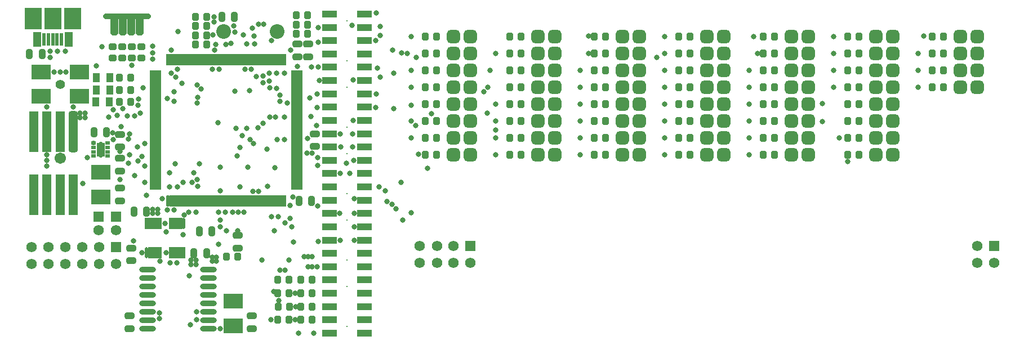
<source format=gts>
G04*
G04 #@! TF.GenerationSoftware,Altium Limited,Altium Designer,20.0.2 (26)*
G04*
G04 Layer_Color=8388736*
%FSLAX44Y44*%
%MOMM*%
G71*
G01*
G75*
%ADD38C,0.8636*%
%ADD39R,1.3000X2.2000*%
G04:AMPARAMS|DCode=40|XSize=1.0032mm|YSize=1.5032mm|CornerRadius=0.3016mm|HoleSize=0mm|Usage=FLASHONLY|Rotation=180.000|XOffset=0mm|YOffset=0mm|HoleType=Round|Shape=RoundedRectangle|*
%AMROUNDEDRECTD40*
21,1,1.0032,0.9000,0,0,180.0*
21,1,0.4000,1.5032,0,0,180.0*
1,1,0.6032,-0.2000,0.4500*
1,1,0.6032,0.2000,0.4500*
1,1,0.6032,0.2000,-0.4500*
1,1,0.6032,-0.2000,-0.4500*
%
%ADD40ROUNDEDRECTD40*%
%ADD41R,2.3032X1.0932*%
%ADD42R,0.5532X1.8032*%
%ADD43O,0.5532X1.8032*%
%ADD44R,1.8032X0.5532*%
G04:AMPARAMS|DCode=45|XSize=1.0032mm|YSize=1.5032mm|CornerRadius=0.3016mm|HoleSize=0mm|Usage=FLASHONLY|Rotation=270.000|XOffset=0mm|YOffset=0mm|HoleType=Round|Shape=RoundedRectangle|*
%AMROUNDEDRECTD45*
21,1,1.0032,0.9000,0,0,270.0*
21,1,0.4000,1.5032,0,0,270.0*
1,1,0.6032,-0.4500,-0.2000*
1,1,0.6032,-0.4500,0.2000*
1,1,0.6032,0.4500,0.2000*
1,1,0.6032,0.4500,-0.2000*
%
%ADD45ROUNDEDRECTD45*%
G04:AMPARAMS|DCode=46|XSize=1.0032mm|YSize=1.2032mm|CornerRadius=0.3016mm|HoleSize=0mm|Usage=FLASHONLY|Rotation=0.000|XOffset=0mm|YOffset=0mm|HoleType=Round|Shape=RoundedRectangle|*
%AMROUNDEDRECTD46*
21,1,1.0032,0.6000,0,0,0.0*
21,1,0.4000,1.2032,0,0,0.0*
1,1,0.6032,0.2000,-0.3000*
1,1,0.6032,-0.2000,-0.3000*
1,1,0.6032,-0.2000,0.3000*
1,1,0.6032,0.2000,0.3000*
%
%ADD46ROUNDEDRECTD46*%
G04:AMPARAMS|DCode=47|XSize=1.0032mm|YSize=1.2032mm|CornerRadius=0.3016mm|HoleSize=0mm|Usage=FLASHONLY|Rotation=270.000|XOffset=0mm|YOffset=0mm|HoleType=Round|Shape=RoundedRectangle|*
%AMROUNDEDRECTD47*
21,1,1.0032,0.6000,0,0,270.0*
21,1,0.4000,1.2032,0,0,270.0*
1,1,0.6032,-0.3000,-0.2000*
1,1,0.6032,-0.3000,0.2000*
1,1,0.6032,0.3000,0.2000*
1,1,0.6032,0.3000,-0.2000*
%
%ADD47ROUNDEDRECTD47*%
%ADD48R,3.0032X2.2032*%
%ADD49R,1.4032X6.2032*%
G04:AMPARAMS|DCode=50|XSize=6.2032mm|YSize=1.4032mm|CornerRadius=0.4016mm|HoleSize=0mm|Usage=FLASHONLY|Rotation=270.000|XOffset=0mm|YOffset=0mm|HoleType=Round|Shape=RoundedRectangle|*
%AMROUNDEDRECTD50*
21,1,6.2032,0.6000,0,0,270.0*
21,1,5.4000,1.4032,0,0,270.0*
1,1,0.8032,-0.3000,-2.7000*
1,1,0.8032,-0.3000,2.7000*
1,1,0.8032,0.3000,2.7000*
1,1,0.8032,0.3000,-2.7000*
%
%ADD50ROUNDEDRECTD50*%
G04:AMPARAMS|DCode=51|XSize=0.6032mm|YSize=0.7032mm|CornerRadius=0.2016mm|HoleSize=0mm|Usage=FLASHONLY|Rotation=90.000|XOffset=0mm|YOffset=0mm|HoleType=Round|Shape=RoundedRectangle|*
%AMROUNDEDRECTD51*
21,1,0.6032,0.3000,0,0,90.0*
21,1,0.2000,0.7032,0,0,90.0*
1,1,0.4032,0.1500,0.1000*
1,1,0.4032,0.1500,-0.1000*
1,1,0.4032,-0.1500,-0.1000*
1,1,0.4032,-0.1500,0.1000*
%
%ADD51ROUNDEDRECTD51*%
%ADD52R,0.7032X0.6032*%
%ADD53R,1.3032X2.1032*%
%ADD54R,2.6032X3.2032*%
%ADD55R,0.6032X1.9532*%
%ADD56R,1.0922X1.4732*%
G04:AMPARAMS|DCode=57|XSize=2.7432mm|YSize=1.1176mm|CornerRadius=0mm|HoleSize=0mm|Usage=FLASHONLY|Rotation=90.000|XOffset=0mm|YOffset=0mm|HoleType=Round|Shape=Octagon|*
%AMOCTAGOND57*
4,1,8,0.2794,1.3716,-0.2794,1.3716,-0.5588,1.0922,-0.5588,-1.0922,-0.2794,-1.3716,0.2794,-1.3716,0.5588,-1.0922,0.5588,1.0922,0.2794,1.3716,0.0*
%
%ADD57OCTAGOND57*%

%ADD58R,0.5032X1.6532*%
G04:AMPARAMS|DCode=59|XSize=0.5032mm|YSize=1.6532mm|CornerRadius=0.1766mm|HoleSize=0mm|Usage=FLASHONLY|Rotation=180.000|XOffset=0mm|YOffset=0mm|HoleType=Round|Shape=RoundedRectangle|*
%AMROUNDEDRECTD59*
21,1,0.5032,1.3000,0,0,180.0*
21,1,0.1500,1.6532,0,0,180.0*
1,1,0.3532,-0.0750,0.6500*
1,1,0.3532,0.0750,0.6500*
1,1,0.3532,0.0750,-0.6500*
1,1,0.3532,-0.0750,-0.6500*
%
%ADD59ROUNDEDRECTD59*%
%ADD60O,2.5032X0.8032*%
G04:AMPARAMS|DCode=61|XSize=1.9812mm|YSize=1.9812mm|CornerRadius=0.5461mm|HoleSize=0mm|Usage=FLASHONLY|Rotation=180.000|XOffset=0mm|YOffset=0mm|HoleType=Round|Shape=RoundedRectangle|*
%AMROUNDEDRECTD61*
21,1,1.9812,0.8890,0,0,180.0*
21,1,0.8890,1.9812,0,0,180.0*
1,1,1.0922,-0.4445,0.4445*
1,1,1.0922,0.4445,0.4445*
1,1,1.0922,0.4445,-0.4445*
1,1,1.0922,-0.4445,-0.4445*
%
%ADD61ROUNDEDRECTD61*%
G04:AMPARAMS|DCode=62|XSize=1.9812mm|YSize=1.9812mm|CornerRadius=0.5461mm|HoleSize=0mm|Usage=FLASHONLY|Rotation=270.000|XOffset=0mm|YOffset=0mm|HoleType=Round|Shape=RoundedRectangle|*
%AMROUNDEDRECTD62*
21,1,1.9812,0.8890,0,0,270.0*
21,1,0.8890,1.9812,0,0,270.0*
1,1,1.0922,-0.4445,-0.4445*
1,1,1.0922,-0.4445,0.4445*
1,1,1.0922,0.4445,0.4445*
1,1,1.0922,0.4445,-0.4445*
%
%ADD62ROUNDEDRECTD62*%
%ADD63C,0.2032*%
%ADD64C,2.2032*%
%ADD65C,1.5748*%
%ADD66R,1.5748X1.5748*%
%ADD67C,0.8032*%
%ADD68C,1.7032*%
%ADD69C,1.4032*%
%ADD70C,0.7032*%
%ADD71C,1.3032*%
D38*
X829860Y773820D02*
X893360D01*
D39*
X773500Y739520D02*
D03*
X726500Y739520D02*
D03*
D40*
X989000Y450520D02*
D03*
X970000D02*
D03*
X1120000Y496520D02*
D03*
X1139000D02*
D03*
X1004000Y773520D02*
D03*
X1023000D02*
D03*
X891000Y480520D02*
D03*
X872000D02*
D03*
X812000Y599520D02*
D03*
X831000D02*
D03*
X981000Y417520D02*
D03*
X962000D02*
D03*
X715000Y717520D02*
D03*
X734000D02*
D03*
D41*
X1218500Y317520D02*
D03*
Y297520D02*
D03*
Y337520D02*
D03*
Y357520D02*
D03*
Y437520D02*
D03*
Y417520D02*
D03*
Y377520D02*
D03*
Y397520D02*
D03*
Y477520D02*
D03*
Y457520D02*
D03*
X1165500D02*
D03*
Y477520D02*
D03*
Y417520D02*
D03*
Y377520D02*
D03*
Y397520D02*
D03*
Y437520D02*
D03*
Y357520D02*
D03*
Y317520D02*
D03*
Y297520D02*
D03*
Y337520D02*
D03*
X1218493Y537520D02*
D03*
Y517520D02*
D03*
Y497520D02*
D03*
Y577520D02*
D03*
Y557520D02*
D03*
X1165493D02*
D03*
Y577520D02*
D03*
Y517520D02*
D03*
Y497520D02*
D03*
Y537520D02*
D03*
X1218500Y617520D02*
D03*
Y597520D02*
D03*
Y637520D02*
D03*
Y657520D02*
D03*
Y737520D02*
D03*
Y717520D02*
D03*
Y677520D02*
D03*
Y697520D02*
D03*
Y777520D02*
D03*
Y757520D02*
D03*
X1165500D02*
D03*
Y777520D02*
D03*
Y717520D02*
D03*
Y677520D02*
D03*
Y697520D02*
D03*
Y737520D02*
D03*
Y657520D02*
D03*
Y617520D02*
D03*
Y597520D02*
D03*
Y637520D02*
D03*
D42*
X943250Y709270D02*
D03*
X948250D02*
D03*
X928250Y496770D02*
D03*
X933250D02*
D03*
X938250D02*
D03*
X943250D02*
D03*
X948250D02*
D03*
X953250D02*
D03*
X958250D02*
D03*
X963250D02*
D03*
X968250D02*
D03*
X973250D02*
D03*
X978250D02*
D03*
X983250D02*
D03*
X988250D02*
D03*
X993250D02*
D03*
X998250D02*
D03*
X1003250D02*
D03*
X1008250D02*
D03*
X1013250D02*
D03*
X1018250D02*
D03*
X1023250D02*
D03*
X1028250D02*
D03*
X1033250D02*
D03*
X1038250D02*
D03*
X1043250D02*
D03*
X1048250D02*
D03*
X1053250D02*
D03*
X1058250D02*
D03*
X1063250D02*
D03*
X1068250D02*
D03*
X1073250D02*
D03*
X1078250D02*
D03*
X1083250D02*
D03*
X1088250D02*
D03*
X1093250D02*
D03*
X1098250D02*
D03*
Y709270D02*
D03*
X1093250D02*
D03*
X1088250D02*
D03*
X1083250D02*
D03*
X1078250D02*
D03*
X1073250D02*
D03*
X1068250D02*
D03*
X1063250D02*
D03*
X1058250D02*
D03*
X1053250D02*
D03*
X1048250D02*
D03*
X1043250D02*
D03*
X1038250D02*
D03*
X1033250D02*
D03*
X1028250D02*
D03*
X1023250D02*
D03*
X1018250D02*
D03*
X1013250D02*
D03*
X1008250D02*
D03*
X1003250D02*
D03*
X998250D02*
D03*
X993250D02*
D03*
X988250D02*
D03*
X983250D02*
D03*
X978250D02*
D03*
X973250D02*
D03*
X968250D02*
D03*
X963250D02*
D03*
X958250D02*
D03*
X953250D02*
D03*
X938250D02*
D03*
X933250D02*
D03*
X928250D02*
D03*
X923250D02*
D03*
D43*
Y496770D02*
D03*
D44*
X1117000Y515520D02*
D03*
Y520520D02*
D03*
Y525520D02*
D03*
Y530520D02*
D03*
Y535520D02*
D03*
Y540520D02*
D03*
Y545520D02*
D03*
Y550520D02*
D03*
Y555520D02*
D03*
Y560520D02*
D03*
Y565520D02*
D03*
Y570520D02*
D03*
Y575520D02*
D03*
Y580520D02*
D03*
Y585520D02*
D03*
Y590520D02*
D03*
Y595520D02*
D03*
Y600520D02*
D03*
Y605520D02*
D03*
Y610520D02*
D03*
Y615520D02*
D03*
Y620520D02*
D03*
Y625520D02*
D03*
Y630520D02*
D03*
Y635520D02*
D03*
Y640520D02*
D03*
Y645520D02*
D03*
Y650520D02*
D03*
Y655520D02*
D03*
Y660520D02*
D03*
Y665520D02*
D03*
Y670520D02*
D03*
Y675520D02*
D03*
Y680520D02*
D03*
Y685520D02*
D03*
Y690520D02*
D03*
X904500D02*
D03*
Y685520D02*
D03*
Y680520D02*
D03*
Y675520D02*
D03*
Y670520D02*
D03*
Y665520D02*
D03*
Y660520D02*
D03*
Y655520D02*
D03*
Y650520D02*
D03*
Y645520D02*
D03*
Y640520D02*
D03*
Y635520D02*
D03*
Y630520D02*
D03*
Y625520D02*
D03*
Y620520D02*
D03*
Y615520D02*
D03*
Y610520D02*
D03*
Y605520D02*
D03*
Y600520D02*
D03*
Y595520D02*
D03*
Y590520D02*
D03*
Y585520D02*
D03*
Y580520D02*
D03*
Y575520D02*
D03*
Y570520D02*
D03*
Y565520D02*
D03*
Y560520D02*
D03*
Y555520D02*
D03*
Y550520D02*
D03*
Y545520D02*
D03*
Y540520D02*
D03*
Y535520D02*
D03*
Y530520D02*
D03*
Y525520D02*
D03*
Y520520D02*
D03*
Y515520D02*
D03*
D45*
X1118000Y732520D02*
D03*
Y713520D02*
D03*
X1134000Y732520D02*
D03*
Y713520D02*
D03*
X1028000Y425520D02*
D03*
Y444520D02*
D03*
X1144000Y578520D02*
D03*
Y597520D02*
D03*
X868000Y425520D02*
D03*
Y406520D02*
D03*
X851000Y577520D02*
D03*
Y596520D02*
D03*
Y560520D02*
D03*
Y541520D02*
D03*
X865000Y323520D02*
D03*
Y304520D02*
D03*
X1049000Y323520D02*
D03*
Y304520D02*
D03*
X851000Y496520D02*
D03*
Y515520D02*
D03*
D46*
X1139962Y377520D02*
D03*
X1122962D02*
D03*
X1139962Y357520D02*
D03*
X1122962D02*
D03*
X1139962Y337520D02*
D03*
X1122962D02*
D03*
X1139962Y317520D02*
D03*
X1122962D02*
D03*
X1088000Y377520D02*
D03*
X1105000D02*
D03*
X1088000Y357520D02*
D03*
X1105000D02*
D03*
X1089000Y337520D02*
D03*
X1106000D02*
D03*
X1088000Y317520D02*
D03*
X1105000D02*
D03*
X850000Y645520D02*
D03*
X867000D02*
D03*
Y681520D02*
D03*
X850000D02*
D03*
Y663520D02*
D03*
X867000D02*
D03*
X964000Y745520D02*
D03*
X981000D02*
D03*
Y731520D02*
D03*
X964000D02*
D03*
X1011000Y412520D02*
D03*
X1028000D02*
D03*
X981000Y759520D02*
D03*
X964000D02*
D03*
Y773520D02*
D03*
X981000D02*
D03*
X1116000Y747520D02*
D03*
X1133000D02*
D03*
Y761520D02*
D03*
X1116000D02*
D03*
Y775520D02*
D03*
X1133000D02*
D03*
X2089000Y692920D02*
D03*
X2072000D02*
D03*
Y667520D02*
D03*
X2089000D02*
D03*
Y743720D02*
D03*
X2072000D02*
D03*
Y718320D02*
D03*
X2089000D02*
D03*
X1962000Y591320D02*
D03*
X1945000D02*
D03*
Y565920D02*
D03*
X1962000D02*
D03*
Y642120D02*
D03*
X1945000D02*
D03*
Y616720D02*
D03*
X1962000D02*
D03*
Y692920D02*
D03*
X1945000D02*
D03*
Y667520D02*
D03*
X1962000D02*
D03*
Y743720D02*
D03*
X1945000D02*
D03*
Y718320D02*
D03*
X1962000D02*
D03*
X1835000Y591320D02*
D03*
X1818000D02*
D03*
Y565920D02*
D03*
X1835000D02*
D03*
Y642120D02*
D03*
X1818000D02*
D03*
Y616720D02*
D03*
X1835000D02*
D03*
Y692920D02*
D03*
X1818000D02*
D03*
Y667520D02*
D03*
X1835000D02*
D03*
Y743720D02*
D03*
X1818000D02*
D03*
Y718320D02*
D03*
X1835000D02*
D03*
X1708000Y591320D02*
D03*
X1691000D02*
D03*
Y565920D02*
D03*
X1708000D02*
D03*
Y642120D02*
D03*
X1691000D02*
D03*
Y616720D02*
D03*
X1708000D02*
D03*
Y692920D02*
D03*
X1691000D02*
D03*
Y667520D02*
D03*
X1708000D02*
D03*
Y743720D02*
D03*
X1691000D02*
D03*
Y718320D02*
D03*
X1708000D02*
D03*
X1581000Y591320D02*
D03*
X1564000D02*
D03*
Y565920D02*
D03*
X1581000D02*
D03*
Y642120D02*
D03*
X1564000D02*
D03*
Y616720D02*
D03*
X1581000D02*
D03*
Y692920D02*
D03*
X1564000D02*
D03*
Y667520D02*
D03*
X1581000D02*
D03*
Y743720D02*
D03*
X1564000D02*
D03*
Y718320D02*
D03*
X1581000D02*
D03*
X1454000Y591320D02*
D03*
X1437000D02*
D03*
Y565920D02*
D03*
X1454000D02*
D03*
Y642120D02*
D03*
X1437000D02*
D03*
Y616720D02*
D03*
X1454000D02*
D03*
Y692920D02*
D03*
X1437000D02*
D03*
Y667520D02*
D03*
X1454000D02*
D03*
Y743720D02*
D03*
X1437000D02*
D03*
Y718320D02*
D03*
X1454000D02*
D03*
X1327000Y591320D02*
D03*
X1310000D02*
D03*
Y565920D02*
D03*
X1327000D02*
D03*
Y642120D02*
D03*
X1310000D02*
D03*
Y616720D02*
D03*
X1327000D02*
D03*
Y692920D02*
D03*
X1310000D02*
D03*
Y667520D02*
D03*
X1327000D02*
D03*
Y743720D02*
D03*
X1310000D02*
D03*
Y718320D02*
D03*
X1327000D02*
D03*
D47*
X840000Y711520D02*
D03*
Y728520D02*
D03*
X854000Y728520D02*
D03*
Y711520D02*
D03*
X869000Y711520D02*
D03*
Y728520D02*
D03*
X883000D02*
D03*
Y711520D02*
D03*
D48*
X732000Y690350D02*
D03*
Y653520D02*
D03*
X790000D02*
D03*
Y690350D02*
D03*
X822000Y502520D02*
D03*
Y539350D02*
D03*
X1021000Y308520D02*
D03*
Y345350D02*
D03*
D49*
X721000Y600520D02*
D03*
X741000D02*
D03*
X721000Y505520D02*
D03*
X761000Y600520D02*
D03*
X741000Y505520D02*
D03*
X781000D02*
D03*
X761000D02*
D03*
D50*
X781000Y600520D02*
D03*
D51*
X811500Y583270D02*
D03*
D52*
Y576770D02*
D03*
Y570270D02*
D03*
X832500Y583270D02*
D03*
Y570270D02*
D03*
Y576770D02*
D03*
X811500Y563770D02*
D03*
X832500D02*
D03*
D53*
X822000Y573520D02*
D03*
D54*
X779750Y770770D02*
D03*
X720250D02*
D03*
X750000D02*
D03*
D55*
X743500Y739520D02*
D03*
X750000D02*
D03*
X756500D02*
D03*
X763000D02*
D03*
X737000D02*
D03*
D56*
X835320Y681520D02*
D03*
X815000D02*
D03*
X835000Y645520D02*
D03*
X814680D02*
D03*
X835320Y663520D02*
D03*
X815000D02*
D03*
D57*
X842560Y758580D02*
D03*
X855260D02*
D03*
X867960D02*
D03*
X880660D02*
D03*
D58*
X911000Y462520D02*
D03*
X906000D02*
D03*
X901000D02*
D03*
X896000D02*
D03*
X891000D02*
D03*
X911000Y418520D02*
D03*
X906000D02*
D03*
X901000D02*
D03*
X896000D02*
D03*
X927000D02*
D03*
X932000D02*
D03*
X937000D02*
D03*
X942000D02*
D03*
X947000D02*
D03*
X927000Y462520D02*
D03*
X932000D02*
D03*
X937000D02*
D03*
X942000D02*
D03*
D59*
X891000Y418520D02*
D03*
X947000Y462520D02*
D03*
D60*
X892500Y393320D02*
D03*
Y380620D02*
D03*
Y367920D02*
D03*
Y355220D02*
D03*
Y342520D02*
D03*
Y329820D02*
D03*
Y317120D02*
D03*
Y304420D02*
D03*
X984000Y393320D02*
D03*
Y380620D02*
D03*
Y367920D02*
D03*
Y355220D02*
D03*
Y342520D02*
D03*
Y329820D02*
D03*
Y317120D02*
D03*
Y304420D02*
D03*
D61*
X1377800Y718320D02*
D03*
Y743720D02*
D03*
Y692920D02*
D03*
Y667520D02*
D03*
Y642120D02*
D03*
Y616720D02*
D03*
Y591320D02*
D03*
Y565920D02*
D03*
X1504800Y743720D02*
D03*
Y718320D02*
D03*
Y591320D02*
D03*
X1631800Y692920D02*
D03*
X1504800Y565920D02*
D03*
X1631800D02*
D03*
Y591320D02*
D03*
X1758800Y692920D02*
D03*
Y616720D02*
D03*
X1885800Y591320D02*
D03*
X2012800Y565920D02*
D03*
Y642120D02*
D03*
X1758800Y565920D02*
D03*
X1504800Y667520D02*
D03*
X2139800Y743720D02*
D03*
X1352400Y718320D02*
D03*
Y743720D02*
D03*
Y667520D02*
D03*
Y692920D02*
D03*
Y616720D02*
D03*
Y642120D02*
D03*
Y565920D02*
D03*
Y591320D02*
D03*
X1479400Y743720D02*
D03*
Y692920D02*
D03*
X1606400Y642120D02*
D03*
X1733400Y667520D02*
D03*
Y692920D02*
D03*
Y616720D02*
D03*
Y642120D02*
D03*
Y565920D02*
D03*
X1987400Y743720D02*
D03*
X2114400Y692920D02*
D03*
D62*
X2012800Y591320D02*
D03*
Y692920D02*
D03*
Y743720D02*
D03*
X2139800Y692920D02*
D03*
X1631800Y718320D02*
D03*
Y743720D02*
D03*
Y667520D02*
D03*
Y642120D02*
D03*
Y616720D02*
D03*
X1758800Y667520D02*
D03*
X1885800Y565920D02*
D03*
Y642120D02*
D03*
Y616720D02*
D03*
X2012800Y667520D02*
D03*
Y718320D02*
D03*
X2139800Y667520D02*
D03*
X1504800Y692920D02*
D03*
Y616720D02*
D03*
Y642120D02*
D03*
X1758800Y743720D02*
D03*
Y718320D02*
D03*
Y642120D02*
D03*
Y591320D02*
D03*
X1885800Y667520D02*
D03*
Y692920D02*
D03*
Y718320D02*
D03*
Y743720D02*
D03*
X2012800Y616720D02*
D03*
X2139800Y718320D02*
D03*
X1479400D02*
D03*
Y667520D02*
D03*
Y616720D02*
D03*
Y642120D02*
D03*
Y565920D02*
D03*
Y591320D02*
D03*
X1606400Y718320D02*
D03*
Y743720D02*
D03*
Y667520D02*
D03*
Y692920D02*
D03*
Y616720D02*
D03*
Y565920D02*
D03*
Y591320D02*
D03*
X1733400Y718320D02*
D03*
Y743720D02*
D03*
Y591320D02*
D03*
X1860400Y718320D02*
D03*
Y743720D02*
D03*
Y667520D02*
D03*
Y692920D02*
D03*
Y616720D02*
D03*
Y642120D02*
D03*
Y565920D02*
D03*
Y591320D02*
D03*
X1987400Y718320D02*
D03*
Y667520D02*
D03*
Y692920D02*
D03*
Y616720D02*
D03*
Y642120D02*
D03*
Y565920D02*
D03*
Y591320D02*
D03*
X2114400Y718320D02*
D03*
Y743720D02*
D03*
Y667520D02*
D03*
D63*
X1192000Y307520D02*
D03*
Y467520D02*
D03*
Y407520D02*
D03*
Y367520D02*
D03*
X1191993Y567520D02*
D03*
Y507520D02*
D03*
X1192000Y607520D02*
D03*
Y767520D02*
D03*
Y707520D02*
D03*
Y667520D02*
D03*
D64*
X1007000Y751520D02*
D03*
X1086800D02*
D03*
D65*
X743500Y401770D02*
D03*
Y427170D02*
D03*
X768900Y401770D02*
D03*
Y427170D02*
D03*
X794300Y401770D02*
D03*
Y427170D02*
D03*
X819700Y401770D02*
D03*
Y427170D02*
D03*
X845100Y401770D02*
D03*
X718100D02*
D03*
Y427170D02*
D03*
X819000Y452520D02*
D03*
X845000D02*
D03*
X1377800Y402920D02*
D03*
X1352400Y428320D02*
D03*
Y402920D02*
D03*
X1327400Y428320D02*
D03*
Y402920D02*
D03*
X1301600Y428320D02*
D03*
Y402920D02*
D03*
X2165200D02*
D03*
X2139800Y428320D02*
D03*
Y402920D02*
D03*
D66*
X845100Y427170D02*
D03*
X819000Y472520D02*
D03*
X845000D02*
D03*
X1377800Y428320D02*
D03*
X2165200D02*
D03*
D67*
X746000Y712520D02*
D03*
X1133000Y590520D02*
D03*
X1146000Y609520D02*
D03*
X1024000Y661520D02*
D03*
X1142250Y297520D02*
D03*
X1119000Y297520D02*
D03*
X1107000Y489520D02*
D03*
X1047843Y694677D02*
D03*
X1240000Y517520D02*
D03*
X802000Y561520D02*
D03*
X1149000Y435520D02*
D03*
X1082999Y451520D02*
D03*
X2059000Y744520D02*
D03*
X1300000Y566520D02*
D03*
X1658000Y712520D02*
D03*
X1542900Y616720D02*
D03*
X1242000Y682520D02*
D03*
X1262000Y688520D02*
D03*
X1238000Y696520D02*
D03*
X1241999Y745519D02*
D03*
X1945000Y555520D02*
D03*
X1907000Y642520D02*
D03*
Y615520D02*
D03*
X864000Y553520D02*
D03*
X865000Y565520D02*
D03*
X1035000Y594520D02*
D03*
X1046224Y588520D02*
D03*
X1041000Y605520D02*
D03*
X1313000Y545520D02*
D03*
X1266000Y484520D02*
D03*
X1273000Y524520D02*
D03*
X1289000Y478520D02*
D03*
X1250000Y511520D02*
D03*
X1319000Y627520D02*
D03*
X1201355Y617165D02*
D03*
X1403000Y628520D02*
D03*
X1262000Y635520D02*
D03*
X1398000Y660520D02*
D03*
X1669900Y743720D02*
D03*
X1555000Y744520D02*
D03*
X1296000Y712520D02*
D03*
X1274000Y719520D02*
D03*
X1283000Y718520D02*
D03*
X1555000D02*
D03*
X1260999Y723519D02*
D03*
X1241999Y758519D02*
D03*
X1295000Y609520D02*
D03*
X1235999Y779017D02*
D03*
X1407000Y692520D02*
D03*
X1404000Y667520D02*
D03*
X1416000Y603520D02*
D03*
X1075142Y688520D02*
D03*
X1075000Y676520D02*
D03*
X1086000Y665520D02*
D03*
X1085000Y622520D02*
D03*
X1102000Y643520D02*
D03*
X1091000Y646520D02*
D03*
Y655520D02*
D03*
X1288999Y640519D02*
D03*
X1235000Y637165D02*
D03*
X1147137D02*
D03*
X1415900Y642120D02*
D03*
X1203000Y499520D02*
D03*
X1252000Y495520D02*
D03*
X1260000Y491520D02*
D03*
X1276000Y467520D02*
D03*
X1803000Y743520D02*
D03*
X1809000Y718520D02*
D03*
X1011000Y451520D02*
D03*
X1002000Y304520D02*
D03*
X957000Y310520D02*
D03*
X955000Y383520D02*
D03*
X1135999Y651519D02*
D03*
X1147478Y657520D02*
D03*
X795000Y522520D02*
D03*
X770000Y690520D02*
D03*
X761000D02*
D03*
X752000D02*
D03*
X884141Y563379D02*
D03*
X864000Y589519D02*
D03*
X865000Y597520D02*
D03*
X1051413Y582432D02*
D03*
X1030999Y576519D02*
D03*
X1026999Y564519D02*
D03*
X1112000Y434520D02*
D03*
X1134000Y397520D02*
D03*
X1140000D02*
D03*
X1147000D02*
D03*
X1128000Y412520D02*
D03*
X1140000D02*
D03*
X1134000D02*
D03*
X958000Y400520D02*
D03*
X965000D02*
D03*
Y407520D02*
D03*
X996000Y405520D02*
D03*
Y411520D02*
D03*
X1081753Y360274D02*
D03*
X999097Y431617D02*
D03*
X1089425Y346945D02*
D03*
X990000Y405520D02*
D03*
Y411520D02*
D03*
X958000Y407520D02*
D03*
X936000Y403520D02*
D03*
X926000D02*
D03*
X946000Y445520D02*
D03*
X908000Y477520D02*
D03*
X920000Y418520D02*
D03*
Y449520D02*
D03*
X911000Y405520D02*
D03*
X741000Y548520D02*
D03*
X741000Y557520D02*
D03*
Y565520D02*
D03*
X946000Y524520D02*
D03*
X959000D02*
D03*
X1203000Y437520D02*
D03*
X1182000D02*
D03*
X798000Y628520D02*
D03*
Y621520D02*
D03*
X791000D02*
D03*
Y628520D02*
D03*
X914000Y499520D02*
D03*
X947343Y474863D02*
D03*
X932000Y482520D02*
D03*
X922000D02*
D03*
X1002000Y511934D02*
D03*
X1059000Y510520D02*
D03*
X967800Y652619D02*
D03*
X853000Y608520D02*
D03*
X1056000Y683520D02*
D03*
X1066000Y684520D02*
D03*
Y674520D02*
D03*
X1036000Y746520D02*
D03*
X1024000Y750520D02*
D03*
X1050000Y756520D02*
D03*
X1149000Y735346D02*
D03*
X995000Y731520D02*
D03*
X993000Y723520D02*
D03*
X954000Y479520D02*
D03*
X965000D02*
D03*
X1028000Y451520D02*
D03*
X871000Y436520D02*
D03*
X973236Y664962D02*
D03*
X841000Y633520D02*
D03*
X855000Y635553D02*
D03*
X878000Y640520D02*
D03*
X881000Y628453D02*
D03*
X879000Y649520D02*
D03*
X861655Y623865D02*
D03*
X847000Y625520D02*
D03*
X1064000Y407520D02*
D03*
X1105000D02*
D03*
X1183000Y577520D02*
D03*
X1139999Y568102D02*
D03*
X1131731D02*
D03*
X1076000Y622520D02*
D03*
X1067000Y762520D02*
D03*
X1059000D02*
D03*
X1010000Y731520D02*
D03*
X991000Y746520D02*
D03*
X1022000Y759520D02*
D03*
X873000Y624520D02*
D03*
X990000Y694760D02*
D03*
X873000Y534520D02*
D03*
X1149000Y757520D02*
D03*
X1051000Y511120D02*
D03*
X925000Y517644D02*
D03*
X937000D02*
D03*
X1108819Y457520D02*
D03*
X1099000Y463520D02*
D03*
X1079000Y472421D02*
D03*
X1089000D02*
D03*
X1107000Y470520D02*
D03*
X1199999Y760519D02*
D03*
X1110999Y502519D02*
D03*
X999000Y479520D02*
D03*
X1029000D02*
D03*
X1019850D02*
D03*
X1009000D02*
D03*
X1002000Y467520D02*
D03*
X1190999Y553519D02*
D03*
X1201000Y577520D02*
D03*
Y597520D02*
D03*
X1182000D02*
D03*
Y537520D02*
D03*
X1115000Y337520D02*
D03*
X834000Y622520D02*
D03*
X887999Y582519D02*
D03*
X1072000Y574520D02*
D03*
X1058000Y606851D02*
D03*
X1065920Y613600D02*
D03*
X1195999Y537519D02*
D03*
X1147999Y549519D02*
D03*
X1148000Y561520D02*
D03*
X1138000Y623520D02*
D03*
X1201728Y678248D02*
D03*
X1039000Y694760D02*
D03*
X1045550Y662520D02*
D03*
X1098000Y688520D02*
D03*
X1086000D02*
D03*
X1076000Y666520D02*
D03*
X921757Y650277D02*
D03*
X1040999Y732519D02*
D03*
X1053000Y732520D02*
D03*
X1052000Y744520D02*
D03*
X1118000Y698816D02*
D03*
X1078999Y737519D02*
D03*
X1000000Y694760D02*
D03*
X1018000Y733520D02*
D03*
X991913Y773665D02*
D03*
X992000Y765520D02*
D03*
X878156Y556676D02*
D03*
X968000Y518520D02*
D03*
X967000Y528520D02*
D03*
X1149000Y697520D02*
D03*
X1151000Y677520D02*
D03*
X966558Y670760D02*
D03*
X967000Y643520D02*
D03*
X2050900Y718320D02*
D03*
Y692920D02*
D03*
Y667520D02*
D03*
X1923900Y743720D02*
D03*
Y718320D02*
D03*
Y692920D02*
D03*
Y667520D02*
D03*
X1932000Y591520D02*
D03*
X1796900Y692920D02*
D03*
Y667520D02*
D03*
Y642120D02*
D03*
Y616720D02*
D03*
Y591320D02*
D03*
Y565920D02*
D03*
X1669900Y718320D02*
D03*
Y692920D02*
D03*
Y667520D02*
D03*
Y642120D02*
D03*
Y616720D02*
D03*
Y591320D02*
D03*
Y565920D02*
D03*
X1542900Y692920D02*
D03*
Y667520D02*
D03*
Y642120D02*
D03*
Y591320D02*
D03*
Y565920D02*
D03*
X1415900Y718320D02*
D03*
Y616720D02*
D03*
Y591320D02*
D03*
Y565920D02*
D03*
X1288900Y591320D02*
D03*
Y616720D02*
D03*
Y667520D02*
D03*
Y692920D02*
D03*
Y743720D02*
D03*
X937000Y694760D02*
D03*
X928000Y688520D02*
D03*
X1114000Y317520D02*
D03*
X1078000D02*
D03*
X1203000Y477520D02*
D03*
X1181000D02*
D03*
X1203000Y457520D02*
D03*
X998000Y614520D02*
D03*
X1002000Y457520D02*
D03*
X1139000Y697520D02*
D03*
X935000Y682282D02*
D03*
X970000Y552520D02*
D03*
X962000Y538520D02*
D03*
X944000Y673520D02*
D03*
X1202000Y557520D02*
D03*
X1236000Y657520D02*
D03*
X1235000Y737520D02*
D03*
X1148000Y488520D02*
D03*
X1087000Y588520D02*
D03*
X1073000Y518520D02*
D03*
X1025000Y605520D02*
D03*
X824000Y728520D02*
D03*
X900000Y729520D02*
D03*
X938000Y751520D02*
D03*
X928000Y723520D02*
D03*
X900000Y719520D02*
D03*
X746000Y721520D02*
D03*
X757000D02*
D03*
X769000D02*
D03*
X781000Y637520D02*
D03*
X851000Y528520D02*
D03*
Y570520D02*
D03*
X888000Y548520D02*
D03*
X900000Y477520D02*
D03*
X908000Y483520D02*
D03*
X900000D02*
D03*
X1107041Y723520D02*
D03*
X891000Y504520D02*
D03*
X1098000Y588520D02*
D03*
Y622520D02*
D03*
X877000Y577520D02*
D03*
X886000Y666707D02*
D03*
X869000Y700520D02*
D03*
X932000Y646520D02*
D03*
Y660520D02*
D03*
X900000Y709520D02*
D03*
X840000Y598520D02*
D03*
X919000Y462520D02*
D03*
X884000Y418520D02*
D03*
X966000Y329520D02*
D03*
Y317520D02*
D03*
X888000Y524520D02*
D03*
X841000Y588520D02*
D03*
X1084000Y546520D02*
D03*
X1031000Y517520D02*
D03*
X1037000Y479520D02*
D03*
X934000Y552520D02*
D03*
X925000Y538520D02*
D03*
X1043000Y547520D02*
D03*
X1002000D02*
D03*
X1114000Y357520D02*
D03*
X1091000Y392520D02*
D03*
X1099000D02*
D03*
X741000Y637520D02*
D03*
X815000Y699520D02*
D03*
X910000Y319520D02*
D03*
Y327520D02*
D03*
D68*
X761000Y560520D02*
D03*
D69*
Y671520D02*
D03*
D70*
X822000Y581770D02*
D03*
Y565270D02*
D03*
D71*
Y573520D02*
D03*
M02*

</source>
